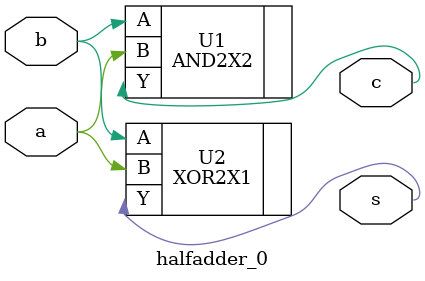
<source format=v>
module halfadder_0 ( s, c, a, b );
  input a, b;
  output s, c;


  AND2X2 U1 ( .A(b), .B(a), .Y(c) );
  XOR2X1 U2 ( .A(b), .B(a), .Y(s) );
endmodule

</source>
